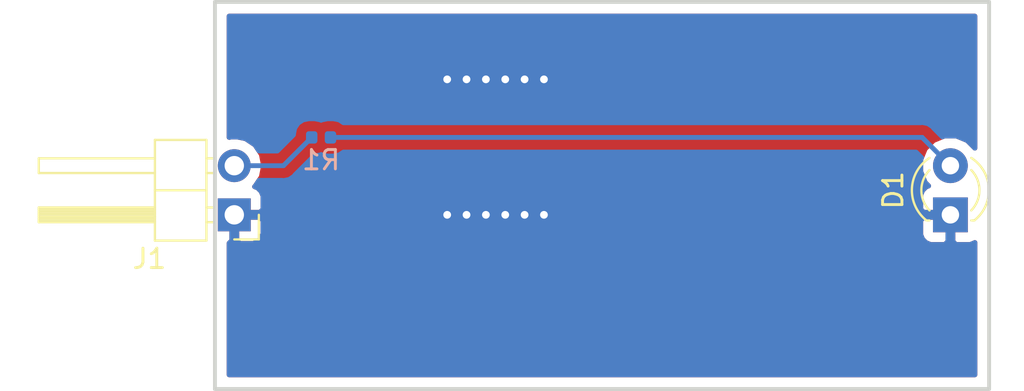
<source format=kicad_pcb>
(kicad_pcb (version 20171130) (host pcbnew 5.0.2+dfsg1-1)

  (general
    (thickness 1.6)
    (drawings 4)
    (tracks 29)
    (zones 0)
    (modules 3)
    (nets 4)
  )

  (page A4)
  (layers
    (0 F.Cu signal)
    (31 B.Cu signal)
    (32 B.Adhes user)
    (33 F.Adhes user)
    (34 B.Paste user)
    (35 F.Paste user)
    (36 B.SilkS user)
    (37 F.SilkS user)
    (38 B.Mask user)
    (39 F.Mask user)
    (40 Dwgs.User user)
    (41 Cmts.User user)
    (42 Eco1.User user)
    (43 Eco2.User user)
    (44 Edge.Cuts user)
    (45 Margin user)
    (46 B.CrtYd user)
    (47 F.CrtYd user)
    (48 B.Fab user)
    (49 F.Fab user)
  )

  (setup
    (last_trace_width 0.25)
    (trace_clearance 0.2)
    (zone_clearance 0.508)
    (zone_45_only no)
    (trace_min 0.2)
    (segment_width 0.2)
    (edge_width 0.15)
    (via_size 0.8)
    (via_drill 0.4)
    (via_min_size 0.4)
    (via_min_drill 0.3)
    (uvia_size 0.3)
    (uvia_drill 0.1)
    (uvias_allowed no)
    (uvia_min_size 0.2)
    (uvia_min_drill 0.1)
    (pcb_text_width 0.3)
    (pcb_text_size 1.5 1.5)
    (mod_edge_width 0.15)
    (mod_text_size 1 1)
    (mod_text_width 0.15)
    (pad_size 1.524 1.524)
    (pad_drill 0.762)
    (pad_to_mask_clearance 0.051)
    (solder_mask_min_width 0.25)
    (aux_axis_origin 0 0)
    (visible_elements FFFFFF7F)
    (pcbplotparams
      (layerselection 0x010fc_ffffffff)
      (usegerberextensions false)
      (usegerberattributes false)
      (usegerberadvancedattributes false)
      (creategerberjobfile false)
      (excludeedgelayer true)
      (linewidth 0.100000)
      (plotframeref false)
      (viasonmask false)
      (mode 1)
      (useauxorigin false)
      (hpglpennumber 1)
      (hpglpenspeed 20)
      (hpglpendiameter 15.000000)
      (psnegative false)
      (psa4output false)
      (plotreference true)
      (plotvalue true)
      (plotinvisibletext false)
      (padsonsilk false)
      (subtractmaskfromsilk false)
      (outputformat 1)
      (mirror false)
      (drillshape 1)
      (scaleselection 1)
      (outputdirectory ""))
  )

  (net 0 "")
  (net 1 Earth)
  (net 2 "Net-(D1-Pad2)")
  (net 3 +5V)

  (net_class Default "This is the default net class."
    (clearance 0.2)
    (trace_width 0.25)
    (via_dia 0.8)
    (via_drill 0.4)
    (uvia_dia 0.3)
    (uvia_drill 0.1)
    (add_net +5V)
    (add_net Earth)
    (add_net "Net-(D1-Pad2)")
  )

  (module LED_THT:LED_D3.0mm (layer F.Cu) (tedit 587A3A7B) (tstamp 5C548F56)
    (at 168 81 90)
    (descr "LED, diameter 3.0mm, 2 pins")
    (tags "LED diameter 3.0mm 2 pins")
    (path /5C485205)
    (fp_text reference D1 (at 1.27 -2.96 90) (layer F.SilkS)
      (effects (font (size 1 1) (thickness 0.15)))
    )
    (fp_text value LED (at 1.27 2.96 90) (layer F.Fab)
      (effects (font (size 1 1) (thickness 0.15)))
    )
    (fp_arc (start 1.27 0) (end -0.23 -1.16619) (angle 284.3) (layer F.Fab) (width 0.1))
    (fp_arc (start 1.27 0) (end -0.29 -1.235516) (angle 108.8) (layer F.SilkS) (width 0.12))
    (fp_arc (start 1.27 0) (end -0.29 1.235516) (angle -108.8) (layer F.SilkS) (width 0.12))
    (fp_arc (start 1.27 0) (end 0.229039 -1.08) (angle 87.9) (layer F.SilkS) (width 0.12))
    (fp_arc (start 1.27 0) (end 0.229039 1.08) (angle -87.9) (layer F.SilkS) (width 0.12))
    (fp_circle (center 1.27 0) (end 2.77 0) (layer F.Fab) (width 0.1))
    (fp_line (start -0.23 -1.16619) (end -0.23 1.16619) (layer F.Fab) (width 0.1))
    (fp_line (start -0.29 -1.236) (end -0.29 -1.08) (layer F.SilkS) (width 0.12))
    (fp_line (start -0.29 1.08) (end -0.29 1.236) (layer F.SilkS) (width 0.12))
    (fp_line (start -1.15 -2.25) (end -1.15 2.25) (layer F.CrtYd) (width 0.05))
    (fp_line (start -1.15 2.25) (end 3.7 2.25) (layer F.CrtYd) (width 0.05))
    (fp_line (start 3.7 2.25) (end 3.7 -2.25) (layer F.CrtYd) (width 0.05))
    (fp_line (start 3.7 -2.25) (end -1.15 -2.25) (layer F.CrtYd) (width 0.05))
    (pad 1 thru_hole rect (at 0 0 90) (size 1.8 1.8) (drill 0.9) (layers *.Cu *.Mask)
      (net 1 Earth))
    (pad 2 thru_hole circle (at 2.54 0 90) (size 1.8 1.8) (drill 0.9) (layers *.Cu *.Mask)
      (net 2 "Net-(D1-Pad2)"))
    (model ${KISYS3DMOD}/LED_THT.3dshapes/LED_D3.0mm.wrl
      (at (xyz 0 0 0))
      (scale (xyz 1 1 1))
      (rotate (xyz 0 0 0))
    )
  )

  (module Connector_PinHeader_2.54mm:PinHeader_1x02_P2.54mm_Horizontal (layer F.Cu) (tedit 59FED5CB) (tstamp 5C548F89)
    (at 131 81 180)
    (descr "Through hole angled pin header, 1x02, 2.54mm pitch, 6mm pin length, single row")
    (tags "Through hole angled pin header THT 1x02 2.54mm single row")
    (path /5C48541F)
    (fp_text reference J1 (at 4.385 -2.27 180) (layer F.SilkS)
      (effects (font (size 1 1) (thickness 0.15)))
    )
    (fp_text value Conn_01x02_Female (at 4.385 4.81 180) (layer F.Fab)
      (effects (font (size 1 1) (thickness 0.15)))
    )
    (fp_line (start 2.135 -1.27) (end 4.04 -1.27) (layer F.Fab) (width 0.1))
    (fp_line (start 4.04 -1.27) (end 4.04 3.81) (layer F.Fab) (width 0.1))
    (fp_line (start 4.04 3.81) (end 1.5 3.81) (layer F.Fab) (width 0.1))
    (fp_line (start 1.5 3.81) (end 1.5 -0.635) (layer F.Fab) (width 0.1))
    (fp_line (start 1.5 -0.635) (end 2.135 -1.27) (layer F.Fab) (width 0.1))
    (fp_line (start -0.32 -0.32) (end 1.5 -0.32) (layer F.Fab) (width 0.1))
    (fp_line (start -0.32 -0.32) (end -0.32 0.32) (layer F.Fab) (width 0.1))
    (fp_line (start -0.32 0.32) (end 1.5 0.32) (layer F.Fab) (width 0.1))
    (fp_line (start 4.04 -0.32) (end 10.04 -0.32) (layer F.Fab) (width 0.1))
    (fp_line (start 10.04 -0.32) (end 10.04 0.32) (layer F.Fab) (width 0.1))
    (fp_line (start 4.04 0.32) (end 10.04 0.32) (layer F.Fab) (width 0.1))
    (fp_line (start -0.32 2.22) (end 1.5 2.22) (layer F.Fab) (width 0.1))
    (fp_line (start -0.32 2.22) (end -0.32 2.86) (layer F.Fab) (width 0.1))
    (fp_line (start -0.32 2.86) (end 1.5 2.86) (layer F.Fab) (width 0.1))
    (fp_line (start 4.04 2.22) (end 10.04 2.22) (layer F.Fab) (width 0.1))
    (fp_line (start 10.04 2.22) (end 10.04 2.86) (layer F.Fab) (width 0.1))
    (fp_line (start 4.04 2.86) (end 10.04 2.86) (layer F.Fab) (width 0.1))
    (fp_line (start 1.44 -1.33) (end 1.44 3.87) (layer F.SilkS) (width 0.12))
    (fp_line (start 1.44 3.87) (end 4.1 3.87) (layer F.SilkS) (width 0.12))
    (fp_line (start 4.1 3.87) (end 4.1 -1.33) (layer F.SilkS) (width 0.12))
    (fp_line (start 4.1 -1.33) (end 1.44 -1.33) (layer F.SilkS) (width 0.12))
    (fp_line (start 4.1 -0.38) (end 10.1 -0.38) (layer F.SilkS) (width 0.12))
    (fp_line (start 10.1 -0.38) (end 10.1 0.38) (layer F.SilkS) (width 0.12))
    (fp_line (start 10.1 0.38) (end 4.1 0.38) (layer F.SilkS) (width 0.12))
    (fp_line (start 4.1 -0.32) (end 10.1 -0.32) (layer F.SilkS) (width 0.12))
    (fp_line (start 4.1 -0.2) (end 10.1 -0.2) (layer F.SilkS) (width 0.12))
    (fp_line (start 4.1 -0.08) (end 10.1 -0.08) (layer F.SilkS) (width 0.12))
    (fp_line (start 4.1 0.04) (end 10.1 0.04) (layer F.SilkS) (width 0.12))
    (fp_line (start 4.1 0.16) (end 10.1 0.16) (layer F.SilkS) (width 0.12))
    (fp_line (start 4.1 0.28) (end 10.1 0.28) (layer F.SilkS) (width 0.12))
    (fp_line (start 1.11 -0.38) (end 1.44 -0.38) (layer F.SilkS) (width 0.12))
    (fp_line (start 1.11 0.38) (end 1.44 0.38) (layer F.SilkS) (width 0.12))
    (fp_line (start 1.44 1.27) (end 4.1 1.27) (layer F.SilkS) (width 0.12))
    (fp_line (start 4.1 2.16) (end 10.1 2.16) (layer F.SilkS) (width 0.12))
    (fp_line (start 10.1 2.16) (end 10.1 2.92) (layer F.SilkS) (width 0.12))
    (fp_line (start 10.1 2.92) (end 4.1 2.92) (layer F.SilkS) (width 0.12))
    (fp_line (start 1.042929 2.16) (end 1.44 2.16) (layer F.SilkS) (width 0.12))
    (fp_line (start 1.042929 2.92) (end 1.44 2.92) (layer F.SilkS) (width 0.12))
    (fp_line (start -1.27 0) (end -1.27 -1.27) (layer F.SilkS) (width 0.12))
    (fp_line (start -1.27 -1.27) (end 0 -1.27) (layer F.SilkS) (width 0.12))
    (fp_line (start -1.8 -1.8) (end -1.8 4.35) (layer F.CrtYd) (width 0.05))
    (fp_line (start -1.8 4.35) (end 10.55 4.35) (layer F.CrtYd) (width 0.05))
    (fp_line (start 10.55 4.35) (end 10.55 -1.8) (layer F.CrtYd) (width 0.05))
    (fp_line (start 10.55 -1.8) (end -1.8 -1.8) (layer F.CrtYd) (width 0.05))
    (fp_text user %R (at 2.77 1.27 270) (layer F.Fab)
      (effects (font (size 1 1) (thickness 0.15)))
    )
    (pad 1 thru_hole rect (at 0 0 180) (size 1.7 1.7) (drill 1) (layers *.Cu *.Mask)
      (net 1 Earth))
    (pad 2 thru_hole oval (at 0 2.54 180) (size 1.7 1.7) (drill 1) (layers *.Cu *.Mask)
      (net 3 +5V))
    (model ${KISYS3DMOD}/Connector_PinHeader_2.54mm.3dshapes/PinHeader_1x02_P2.54mm_Horizontal.wrl
      (at (xyz 0 0 0))
      (scale (xyz 1 1 1))
      (rotate (xyz 0 0 0))
    )
  )

  (module Resistor_SMD:R_0402_1005Metric (layer B.Cu) (tedit 5B301BBD) (tstamp 5C548F98)
    (at 135.485 77)
    (descr "Resistor SMD 0402 (1005 Metric), square (rectangular) end terminal, IPC_7351 nominal, (Body size source: http://www.tortai-tech.com/upload/download/2011102023233369053.pdf), generated with kicad-footprint-generator")
    (tags resistor)
    (path /5C485306)
    (attr smd)
    (fp_text reference R1 (at 0 1.17) (layer B.SilkS)
      (effects (font (size 1 1) (thickness 0.15)) (justify mirror))
    )
    (fp_text value R_Small (at 0 -1.17) (layer B.Fab)
      (effects (font (size 1 1) (thickness 0.15)) (justify mirror))
    )
    (fp_line (start -0.5 -0.25) (end -0.5 0.25) (layer B.Fab) (width 0.1))
    (fp_line (start -0.5 0.25) (end 0.5 0.25) (layer B.Fab) (width 0.1))
    (fp_line (start 0.5 0.25) (end 0.5 -0.25) (layer B.Fab) (width 0.1))
    (fp_line (start 0.5 -0.25) (end -0.5 -0.25) (layer B.Fab) (width 0.1))
    (fp_line (start -0.93 -0.47) (end -0.93 0.47) (layer B.CrtYd) (width 0.05))
    (fp_line (start -0.93 0.47) (end 0.93 0.47) (layer B.CrtYd) (width 0.05))
    (fp_line (start 0.93 0.47) (end 0.93 -0.47) (layer B.CrtYd) (width 0.05))
    (fp_line (start 0.93 -0.47) (end -0.93 -0.47) (layer B.CrtYd) (width 0.05))
    (fp_text user %R (at 0 0) (layer B.Fab)
      (effects (font (size 0.25 0.25) (thickness 0.04)) (justify mirror))
    )
    (pad 1 smd roundrect (at -0.485 0) (size 0.59 0.64) (layers B.Cu B.Paste B.Mask) (roundrect_rratio 0.25)
      (net 3 +5V))
    (pad 2 smd roundrect (at 0.485 0) (size 0.59 0.64) (layers B.Cu B.Paste B.Mask) (roundrect_rratio 0.25)
      (net 2 "Net-(D1-Pad2)"))
    (model ${KISYS3DMOD}/Resistor_SMD.3dshapes/R_0402_1005Metric.wrl
      (at (xyz 0 0 0))
      (scale (xyz 1 1 1))
      (rotate (xyz 0 0 0))
    )
  )

  (gr_line (start 170 70) (end 130 70) (layer Edge.Cuts) (width 0.2))
  (gr_line (start 170 90) (end 170 70) (layer Edge.Cuts) (width 0.2))
  (gr_line (start 130 90) (end 170 90) (layer Edge.Cuts) (width 0.2))
  (gr_line (start 130 70) (end 130 90) (layer Edge.Cuts) (width 0.2))

  (via (at 142 81) (size 0.8) (drill 0.4) (layers F.Cu B.Cu) (net 1))
  (segment (start 131 81) (end 142 81) (width 0.25) (layer B.Cu) (net 1))
  (via (at 143 81) (size 0.8) (drill 0.4) (layers F.Cu B.Cu) (net 1))
  (segment (start 142 81) (end 143 81) (width 0.25) (layer B.Cu) (net 1))
  (via (at 144 81) (size 0.8) (drill 0.4) (layers F.Cu B.Cu) (net 1))
  (segment (start 143 81) (end 144 81) (width 0.25) (layer B.Cu) (net 1))
  (via (at 145 81) (size 0.8) (drill 0.4) (layers F.Cu B.Cu) (net 1))
  (segment (start 144 81) (end 145 81) (width 0.25) (layer B.Cu) (net 1))
  (via (at 146 81) (size 0.8) (drill 0.4) (layers F.Cu B.Cu) (net 1))
  (segment (start 145 81) (end 146 81) (width 0.25) (layer B.Cu) (net 1))
  (segment (start 146 81) (end 168 81) (width 0.25) (layer B.Cu) (net 1))
  (via (at 147 81) (size 0.8) (drill 0.4) (layers F.Cu B.Cu) (net 1))
  (segment (start 146 81) (end 147 81) (width 0.25) (layer B.Cu) (net 1))
  (via (at 147 74) (size 0.8) (drill 0.4) (layers F.Cu B.Cu) (net 1))
  (segment (start 147 81) (end 147 74) (width 0.25) (layer F.Cu) (net 1))
  (via (at 146 74) (size 0.8) (drill 0.4) (layers F.Cu B.Cu) (net 1))
  (segment (start 147 74) (end 146 74) (width 0.25) (layer B.Cu) (net 1))
  (via (at 145 74) (size 0.8) (drill 0.4) (layers F.Cu B.Cu) (net 1))
  (segment (start 146 74) (end 145 74) (width 0.25) (layer F.Cu) (net 1))
  (via (at 144 74) (size 0.8) (drill 0.4) (layers F.Cu B.Cu) (net 1))
  (segment (start 145 74) (end 144 74) (width 0.25) (layer B.Cu) (net 1))
  (via (at 143 74) (size 0.8) (drill 0.4) (layers F.Cu B.Cu) (net 1))
  (segment (start 144 74) (end 143 74) (width 0.25) (layer F.Cu) (net 1))
  (via (at 142 74) (size 0.8) (drill 0.4) (layers F.Cu B.Cu) (net 1))
  (segment (start 143 74) (end 142 74) (width 0.25) (layer B.Cu) (net 1))
  (segment (start 166.54 77) (end 168 78.46) (width 0.25) (layer B.Cu) (net 2))
  (segment (start 135.97 77) (end 166.54 77) (width 0.25) (layer B.Cu) (net 2))
  (segment (start 131 78.46) (end 133.54 78.46) (width 0.25) (layer B.Cu) (net 3))
  (segment (start 135 77) (end 133.54 78.46) (width 0.25) (layer B.Cu) (net 3))

  (zone (net 1) (net_name Earth) (layer B.Cu) (tstamp 0) (hatch edge 0.508)
    (connect_pads (clearance 0.508))
    (min_thickness 0.254)
    (fill yes (arc_segments 16) (thermal_gap 0.508) (thermal_bridge_width 0.508))
    (polygon
      (pts
        (xy 130 70) (xy 130 90) (xy 170 90) (xy 170 70)
      )
    )
    (filled_polygon
      (pts
        (xy 166.51036 78.045161) (xy 166.465 78.15467) (xy 166.465 78.76533) (xy 166.69869 79.329507) (xy 166.875044 79.505861)
        (xy 166.740301 79.561673) (xy 166.561673 79.740302) (xy 166.465 79.973691) (xy 166.465 80.71425) (xy 166.62375 80.873)
        (xy 167.873 80.873) (xy 167.873 80.853) (xy 168.127 80.853) (xy 168.127 80.873) (xy 168.147 80.873)
        (xy 168.147 81.127) (xy 168.127 81.127) (xy 168.127 82.37625) (xy 168.28575 82.535) (xy 169.02631 82.535)
        (xy 169.259699 82.438327) (xy 169.265 82.433026) (xy 169.265 89.265) (xy 130.735 89.265) (xy 130.735 82.46425)
        (xy 130.873 82.32625) (xy 130.873 81.127) (xy 131.127 81.127) (xy 131.127 82.32625) (xy 131.28575 82.485)
        (xy 131.976309 82.485) (xy 132.209698 82.388327) (xy 132.388327 82.209699) (xy 132.485 81.97631) (xy 132.485 81.28575)
        (xy 166.465 81.28575) (xy 166.465 82.026309) (xy 166.561673 82.259698) (xy 166.740301 82.438327) (xy 166.97369 82.535)
        (xy 167.71425 82.535) (xy 167.873 82.37625) (xy 167.873 81.127) (xy 166.62375 81.127) (xy 166.465 81.28575)
        (xy 132.485 81.28575) (xy 132.32625 81.127) (xy 131.127 81.127) (xy 130.873 81.127) (xy 130.853 81.127)
        (xy 130.853 80.873) (xy 130.873 80.873) (xy 130.873 80.853) (xy 131.127 80.853) (xy 131.127 80.873)
        (xy 132.32625 80.873) (xy 132.485 80.71425) (xy 132.485 80.02369) (xy 132.388327 79.790301) (xy 132.209698 79.611673)
        (xy 132.048967 79.545096) (xy 132.070625 79.530625) (xy 132.278178 79.22) (xy 133.465153 79.22) (xy 133.54 79.234888)
        (xy 133.614847 79.22) (xy 133.614852 79.22) (xy 133.836537 79.175904) (xy 134.087929 79.007929) (xy 134.130331 78.94447)
        (xy 135.107362 77.96744) (xy 135.1475 77.96744) (xy 135.45171 77.906929) (xy 135.485 77.884685) (xy 135.51829 77.906929)
        (xy 135.8225 77.96744) (xy 136.1175 77.96744) (xy 136.42171 77.906929) (xy 136.641604 77.76) (xy 166.225199 77.76)
      )
    )
    (filled_polygon
      (pts
        (xy 169.265001 77.554184) (xy 168.869507 77.15869) (xy 168.30533 76.925) (xy 167.69467 76.925) (xy 167.585161 76.97036)
        (xy 167.130331 76.51553) (xy 167.087929 76.452071) (xy 166.836537 76.284096) (xy 166.614852 76.24) (xy 166.614847 76.24)
        (xy 166.54 76.225112) (xy 166.465153 76.24) (xy 136.641604 76.24) (xy 136.42171 76.093071) (xy 136.1175 76.03256)
        (xy 135.8225 76.03256) (xy 135.51829 76.093071) (xy 135.485 76.115315) (xy 135.45171 76.093071) (xy 135.1475 76.03256)
        (xy 134.8525 76.03256) (xy 134.54829 76.093071) (xy 134.290393 76.265393) (xy 134.118071 76.52329) (xy 134.05756 76.8275)
        (xy 134.05756 76.867638) (xy 133.225199 77.7) (xy 132.278178 77.7) (xy 132.070625 77.389375) (xy 131.579418 77.061161)
        (xy 131.146256 76.975) (xy 130.853744 76.975) (xy 130.735 76.99862) (xy 130.735 70.735) (xy 169.265001 70.735)
      )
    )
  )
  (zone (net 1) (net_name Earth) (layer F.Cu) (tstamp 0) (hatch edge 0.508)
    (connect_pads (clearance 0.508))
    (min_thickness 0.254)
    (fill yes (arc_segments 16) (thermal_gap 0.508) (thermal_bridge_width 0.508))
    (polygon
      (pts
        (xy 130 70) (xy 130 90) (xy 170 90) (xy 170 70)
      )
    )
    (filled_polygon
      (pts
        (xy 169.265001 77.554184) (xy 168.869507 77.15869) (xy 168.30533 76.925) (xy 167.69467 76.925) (xy 167.130493 77.15869)
        (xy 166.69869 77.590493) (xy 166.465 78.15467) (xy 166.465 78.76533) (xy 166.69869 79.329507) (xy 166.875044 79.505861)
        (xy 166.740301 79.561673) (xy 166.561673 79.740302) (xy 166.465 79.973691) (xy 166.465 80.71425) (xy 166.62375 80.873)
        (xy 167.873 80.873) (xy 167.873 80.853) (xy 168.127 80.853) (xy 168.127 80.873) (xy 168.147 80.873)
        (xy 168.147 81.127) (xy 168.127 81.127) (xy 168.127 82.37625) (xy 168.28575 82.535) (xy 169.02631 82.535)
        (xy 169.259699 82.438327) (xy 169.265 82.433026) (xy 169.265 89.265) (xy 130.735 89.265) (xy 130.735 82.46425)
        (xy 130.873 82.32625) (xy 130.873 81.127) (xy 131.127 81.127) (xy 131.127 82.32625) (xy 131.28575 82.485)
        (xy 131.976309 82.485) (xy 132.209698 82.388327) (xy 132.388327 82.209699) (xy 132.485 81.97631) (xy 132.485 81.28575)
        (xy 166.465 81.28575) (xy 166.465 82.026309) (xy 166.561673 82.259698) (xy 166.740301 82.438327) (xy 166.97369 82.535)
        (xy 167.71425 82.535) (xy 167.873 82.37625) (xy 167.873 81.127) (xy 166.62375 81.127) (xy 166.465 81.28575)
        (xy 132.485 81.28575) (xy 132.32625 81.127) (xy 131.127 81.127) (xy 130.873 81.127) (xy 130.853 81.127)
        (xy 130.853 80.873) (xy 130.873 80.873) (xy 130.873 80.853) (xy 131.127 80.853) (xy 131.127 80.873)
        (xy 132.32625 80.873) (xy 132.485 80.71425) (xy 132.485 80.02369) (xy 132.388327 79.790301) (xy 132.209698 79.611673)
        (xy 132.048967 79.545096) (xy 132.070625 79.530625) (xy 132.398839 79.039418) (xy 132.514092 78.46) (xy 132.398839 77.880582)
        (xy 132.070625 77.389375) (xy 131.579418 77.061161) (xy 131.146256 76.975) (xy 130.853744 76.975) (xy 130.735 76.99862)
        (xy 130.735 70.735) (xy 169.265001 70.735)
      )
    )
  )
)

</source>
